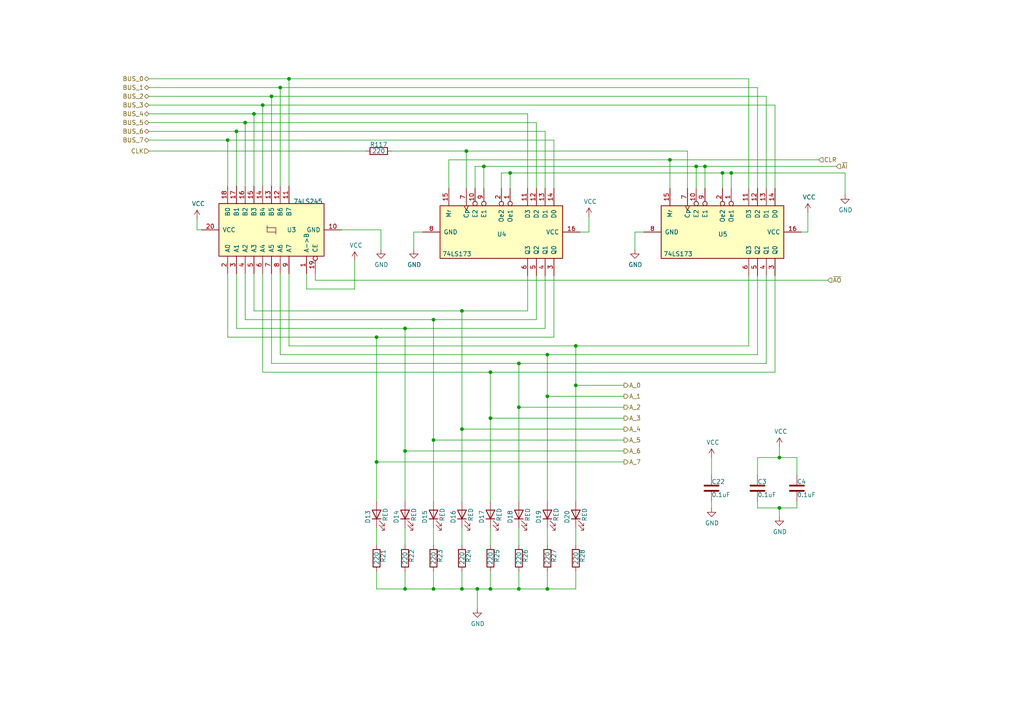
<source format=kicad_sch>
(kicad_sch (version 20230121) (generator eeschema)
  (paper "A4")
  (lib_symbols
    (symbol "74xx:74LS173" (pin_names (offset 1.016))
      (property "Reference" "U" (at -7.62 19.05 0))
      (property "Value" "74LS173" (at -7.62 -19.05 0))
      (symbol "74LS173_1_0"
        (pin input inverted (at -12.7 2.54 0) (length 5.08) (name "Oe1") (number "1"))
        (pin input inverted (at -12.7 -7.62 0) (length 5.08) (name "E2") (number "10"))
        (pin input line (at -12.7 7.62 0) (length 5.08) (name "D3") (number "11"))
        (pin input line (at -12.7 10.16 0) (length 5.08) (name "D2") (number "12"))
        (pin input line (at -12.7 12.7 0) (length 5.08) (name "D1") (number "13"))
        (pin input line (at -12.7 15.24 0) (length 5.08) (name "D0") (number "14"))
        (pin input line (at -12.7 -15.24 0) (length 5.08) (name "Mr") (number "15"))
        (pin power_in line (at 0 22.86 270) (length 5.08) (name "VCC") (number "16"))
        (pin input inverted (at -12.7 0 0) (length 5.08) (name "Oe2") (number "2"))
        (pin tri_state line (at 12.7 15.24 180) (length 5.08) (name "Q0") (number "3"))
        (pin tri_state line (at 12.7 12.7 180) (length 5.08) (name "Q1") (number "4"))
        (pin tri_state line (at 12.7 10.16 180) (length 5.08) (name "Q2") (number "5"))
        (pin tri_state line (at 12.7 7.62 180) (length 5.08) (name "Q3") (number "6"))
        (pin input clock (at -12.7 -10.16 0) (length 5.08) (name "Cp") (number "7"))
        (pin power_in line (at 0 -22.86 90) (length 5.08) (name "GND") (number "8"))
        (pin input inverted (at -12.7 -5.08 0) (length 5.08) (name "E1") (number "9"))
      )
      (symbol "74LS173_1_1"
        (rectangle (start -7.62 17.78) (end 7.62 -17.78) (stroke (width 0.254)) (fill (type background)))
      )
    )
    (symbol "74xx:74LS245" (pin_names (offset 1.016))
      (property "Reference" "U" (at -7.62 16.51 0))
      (property "Value" "74LS245" (at -7.62 -16.51 0))
      (symbol "74LS245_1_0"
        (polyline (pts (xy -0.635 -1.27) (xy -0.635 1.27) (xy 0.635 1.27)))
        (polyline (pts (xy -1.27 -1.27) (xy 0.635 -1.27) (xy 0.635 1.27) (xy 1.27 1.27)))
        (pin input line (at -12.7 -10.16 0) (length 5.08) (name "A->B") (number "1"))
        (pin power_in line (at 0 -20.32 90) (length 5.08) (name "GND") (number "10"))
        (pin tri_state line (at 12.7 -5.08 180) (length 5.08) (name "B7") (number "11"))
        (pin tri_state line (at 12.7 -2.54 180) (length 5.08) (name "B6") (number "12"))
        (pin tri_state line (at 12.7 0 180) (length 5.08) (name "B5") (number "13"))
        (pin tri_state line (at 12.7 2.54 180) (length 5.08) (name "B4") (number "14"))
        (pin tri_state line (at 12.7 5.08 180) (length 5.08) (name "B3") (number "15"))
        (pin tri_state line (at 12.7 7.62 180) (length 5.08) (name "B2") (number "16"))
        (pin tri_state line (at 12.7 10.16 180) (length 5.08) (name "B1") (number "17"))
        (pin tri_state line (at 12.7 12.7 180) (length 5.08) (name "B0") (number "18"))
        (pin input inverted (at -12.7 -12.7 0) (length 5.08) (name "CE") (number "19"))
        (pin tri_state line (at -12.7 12.7 0) (length 5.08) (name "A0") (number "2"))
        (pin power_in line (at 0 20.32 270) (length 5.08) (name "VCC") (number "20"))
        (pin tri_state line (at -12.7 10.16 0) (length 5.08) (name "A1") (number "3"))
        (pin tri_state line (at -12.7 7.62 0) (length 5.08) (name "A2") (number "4"))
        (pin tri_state line (at -12.7 5.08 0) (length 5.08) (name "A3") (number "5"))
        (pin tri_state line (at -12.7 2.54 0) (length 5.08) (name "A4") (number "6"))
        (pin tri_state line (at -12.7 0 0) (length 5.08) (name "A5") (number "7"))
        (pin tri_state line (at -12.7 -2.54 0) (length 5.08) (name "A6") (number "8"))
        (pin tri_state line (at -12.7 -5.08 0) (length 5.08) (name "A7") (number "9"))
      )
      (symbol "74LS245_1_1"
        (rectangle (start -7.62 15.24) (end 7.62 -15.24) (stroke (width 0.254)) (fill (type background)))
      )
    )
    (symbol "Device:C" (pin_numbers hide) (pin_names (offset 0.254))
      (property "Reference" "C" (at 0.635 2.54 0))
      (property "Value" "C" (at 0.635 -2.54 0))
      (symbol "C_0_1"
        (polyline (pts (xy -2.032 -0.762) (xy 2.032 -0.762)) (stroke (width 0.508)))
        (polyline (pts (xy -2.032 0.762) (xy 2.032 0.762)) (stroke (width 0.508)))
      )
      (symbol "C_1_1"
        (pin passive line (at 0 3.81 270) (length 2.794) (name "~") (number "1"))
        (pin passive line (at 0 -3.81 90) (length 2.794) (name "~") (number "2"))
      )
    )
    (symbol "Device:LED" (pin_numbers hide) (pin_names (offset 1.016) hide)
      (property "Reference" "D" (at 0 2.54 0))
      (property "Value" "LED" (at 0 -2.54 0))
      (symbol "LED_0_1"
        (polyline (pts (xy -1.27 -1.27) (xy -1.27 1.27)) (stroke (width 0.254)))
        (polyline (pts (xy -1.27 0) (xy 1.27 0)))
        (polyline (pts (xy 1.27 -1.27) (xy 1.27 1.27) (xy -1.27 0) (xy 1.27 -1.27)) (stroke (width 0.254)))
        (polyline (pts (xy -3.048 -0.762) (xy -4.572 -2.286) (xy -3.81 -2.286) (xy -4.572 -2.286) (xy -4.572 -1.524)))
        (polyline (pts (xy -1.778 -0.762) (xy -3.302 -2.286) (xy -2.54 -2.286) (xy -3.302 -2.286) (xy -3.302 -1.524)))
      )
      (symbol "LED_1_1"
        (pin passive line (at -3.81 0 0) (length 2.54) (name "K") (number "1"))
        (pin passive line (at 3.81 0 180) (length 2.54) (name "A") (number "2"))
      )
    )
    (symbol "Device:R" (pin_numbers hide) (pin_names (offset 0))
      (property "Reference" "R" (at 2.032 0 90))
      (property "Value" "R" (at 0 0 90))
      (symbol "R_0_1"
        (rectangle (start -1.016 -2.54) (end 1.016 2.54) (stroke (width 0.254)))
      )
      (symbol "R_1_1"
        (pin passive line (at 0 3.81 270) (length 1.27) (name "~") (number "1"))
        (pin passive line (at 0 -3.81 90) (length 1.27) (name "~") (number "2"))
      )
    )
    (symbol "power:GND" (power) (pin_names (offset 0))
      (property "Value" "GND" (at 0 -3.81 0))
      (symbol "GND_0_1"
        (polyline (pts (xy 0 0) (xy 0 -1.27) (xy 1.27 -1.27) (xy 0 -2.54) (xy -1.27 -1.27) (xy 0 -1.27)))
      )
      (symbol "GND_1_1"
        (pin power_in line (at 0 0 270) (length 0) hide (name "GND") (number "1"))
      )
    )
    (symbol "power:VCC" (power) (pin_names (offset 0))
      (property "Value" "VCC" (at 0 3.81 0))
      (symbol "VCC_0_1"
        (polyline (pts (xy -0.762 1.27) (xy 0 2.54)))
        (polyline (pts (xy 0 0) (xy 0 2.54)))
        (polyline (pts (xy 0 2.54) (xy 0.762 1.27)))
      )
      (symbol "VCC_1_1"
        (pin power_in line (at 0 0 90) (length 0) hide (name "VCC") (number "1"))
      )
    )
  )
  (junction (at 109.22 97.79))
  (junction (at 147.955 50.165))
  (junction (at 204.47 48.26))
  (junction (at 73.66 33.02))
  (junction (at 167.005 111.76))
  (junction (at 212.09 50.165))
  (junction (at 83.82 22.86))
  (junction (at 71.12 35.56))
  (junction (at 78.74 27.94))
  (junction (at 81.28 25.4))
  (junction (at 142.24 170.815))
  (junction (at 125.73 170.815))
  (junction (at 117.475 130.81))
  (junction (at 226.06 132.715))
  (junction (at 76.2 30.48))
  (junction (at 150.495 105.41))
  (junction (at 125.73 92.71))
  (junction (at 135.255 43.815))
  (junction (at 68.58 38.1))
  (junction (at 150.495 170.815))
  (junction (at 201.93 48.26))
  (junction (at 142.24 107.95))
  (junction (at 117.475 95.25))
  (junction (at 158.75 170.815))
  (junction (at 158.75 114.935))
  (junction (at 125.73 127.635))
  (junction (at 133.985 90.17))
  (junction (at 142.24 121.285))
  (junction (at 117.475 170.815))
  (junction (at 109.22 133.985))
  (junction (at 167.005 100.33))
  (junction (at 158.75 102.87))
  (junction (at 226.06 147.32))
  (junction (at 133.985 170.815))
  (junction (at 133.985 124.46))
  (junction (at 140.335 48.26))
  (junction (at 150.495 118.11))
  (junction (at 209.55 50.165))
  (junction (at 138.43 170.815))
  (junction (at 194.31 46.355))
  (junction (at 66.04 40.64))
  (wire (pts (xy 150.495 153.035) (xy 150.495 158.115)))
  (wire (pts (xy 125.73 127.635) (xy 125.73 145.415)))
  (wire (pts (xy 142.24 170.815) (xy 150.495 170.815)))
  (wire (pts (xy 109.22 97.79) (xy 160.655 97.79)))
  (wire (pts (xy 133.985 90.17) (xy 153.035 90.17)))
  (wire (pts (xy 224.79 30.48) (xy 224.79 54.61)))
  (wire (pts (xy 73.66 90.17) (xy 133.985 90.17)))
  (wire (pts (xy 81.28 25.4) (xy 81.28 53.975)))
  (wire (pts (xy 219.71 147.32) (xy 226.06 147.32)))
  (wire (pts (xy 68.58 79.375) (xy 68.58 95.25)))
  (wire (pts (xy 224.79 107.95) (xy 224.79 80.01)))
  (wire (pts (xy 170.815 67.31) (xy 168.275 67.31)))
  (wire (pts (xy 137.795 48.26) (xy 140.335 48.26)))
  (wire (pts (xy 206.375 145.415) (xy 206.375 147.32)))
  (wire (pts (xy 204.47 48.26) (xy 242.57 48.26)))
  (wire (pts (xy 68.58 38.1) (xy 158.115 38.1)))
  (wire (pts (xy 155.575 35.56) (xy 155.575 54.61)))
  (wire (pts (xy 206.375 137.795) (xy 206.375 132.715)))
  (wire (pts (xy 145.415 50.165) (xy 147.955 50.165)))
  (wire (pts (xy 133.985 124.46) (xy 133.985 145.415)))
  (wire (pts (xy 113.665 43.815) (xy 135.255 43.815)))
  (wire (pts (xy 140.335 48.26) (xy 201.93 48.26)))
  (wire (pts (xy 150.495 118.11) (xy 150.495 145.415)))
  (wire (pts (xy 125.73 165.735) (xy 125.73 170.815)))
  (wire (pts (xy 150.495 170.815) (xy 158.75 170.815)))
  (wire (pts (xy 142.24 153.035) (xy 142.24 158.115)))
  (wire (pts (xy 167.005 100.33) (xy 167.005 111.76)))
  (wire (pts (xy 231.14 137.795) (xy 231.14 132.715)))
  (wire (pts (xy 160.655 40.64) (xy 160.655 54.61)))
  (wire (pts (xy 73.66 79.375) (xy 73.66 90.17)))
  (wire (pts (xy 76.2 30.48) (xy 76.2 53.975)))
  (wire (pts (xy 117.475 170.815) (xy 125.73 170.815)))
  (wire (pts (xy 209.55 50.165) (xy 209.55 54.61)))
  (wire (pts (xy 219.71 25.4) (xy 219.71 54.61)))
  (wire (pts (xy 71.12 35.56) (xy 155.575 35.56)))
  (wire (pts (xy 91.44 79.375) (xy 91.44 81.28)))
  (wire (pts (xy 135.255 43.815) (xy 199.39 43.815)))
  (wire (pts (xy 109.22 153.035) (xy 109.22 158.115)))
  (wire (pts (xy 201.93 48.26) (xy 204.47 48.26)))
  (wire (pts (xy 125.73 170.815) (xy 133.985 170.815)))
  (wire (pts (xy 76.2 79.375) (xy 76.2 107.95)))
  (wire (pts (xy 226.06 129.54) (xy 226.06 132.715)))
  (wire (pts (xy 212.09 50.165) (xy 245.11 50.165)))
  (wire (pts (xy 145.415 54.61) (xy 145.415 50.165)))
  (wire (pts (xy 83.82 22.86) (xy 217.17 22.86)))
  (wire (pts (xy 142.24 165.735) (xy 142.24 170.815)))
  (wire (pts (xy 43.18 22.86) (xy 83.82 22.86)))
  (wire (pts (xy 133.985 124.46) (xy 180.975 124.46)))
  (wire (pts (xy 43.18 30.48) (xy 76.2 30.48)))
  (wire (pts (xy 130.175 46.355) (xy 194.31 46.355)))
  (wire (pts (xy 186.69 67.31) (xy 184.15 67.31)))
  (wire (pts (xy 219.71 132.715) (xy 226.06 132.715)))
  (wire (pts (xy 222.25 27.94) (xy 222.25 54.61)))
  (wire (pts (xy 109.22 170.815) (xy 117.475 170.815)))
  (wire (pts (xy 142.24 107.95) (xy 142.24 121.285)))
  (wire (pts (xy 125.73 153.035) (xy 125.73 158.115)))
  (wire (pts (xy 158.75 114.935) (xy 180.975 114.935)))
  (wire (pts (xy 122.555 67.31) (xy 120.015 67.31)))
  (wire (pts (xy 43.18 43.815) (xy 106.045 43.815)))
  (wire (pts (xy 71.12 79.375) (xy 71.12 92.71)))
  (wire (pts (xy 140.335 48.26) (xy 140.335 54.61)))
  (wire (pts (xy 78.74 27.94) (xy 222.25 27.94)))
  (wire (pts (xy 217.17 100.33) (xy 217.17 80.01)))
  (wire (pts (xy 142.24 121.285) (xy 142.24 145.415)))
  (wire (pts (xy 150.495 105.41) (xy 222.25 105.41)))
  (wire (pts (xy 66.04 40.64) (xy 66.04 53.975)))
  (wire (pts (xy 117.475 153.035) (xy 117.475 158.115)))
  (wire (pts (xy 109.22 133.985) (xy 180.975 133.985)))
  (wire (pts (xy 133.985 90.17) (xy 133.985 124.46)))
  (wire (pts (xy 68.58 95.25) (xy 117.475 95.25)))
  (wire (pts (xy 81.28 25.4) (xy 43.18 25.4)))
  (wire (pts (xy 73.66 33.02) (xy 153.035 33.02)))
  (wire (pts (xy 180.975 121.285) (xy 142.24 121.285)))
  (wire (pts (xy 133.985 153.035) (xy 133.985 158.115)))
  (wire (pts (xy 125.73 127.635) (xy 180.975 127.635)))
  (wire (pts (xy 43.18 27.94) (xy 78.74 27.94)))
  (wire (pts (xy 99.06 66.675) (xy 110.49 66.675)))
  (wire (pts (xy 125.73 92.71) (xy 155.575 92.71)))
  (wire (pts (xy 66.04 79.375) (xy 66.04 97.79)))
  (wire (pts (xy 88.9 79.375) (xy 88.9 83.82)))
  (wire (pts (xy 158.115 95.25) (xy 158.115 80.01)))
  (wire (pts (xy 180.975 111.76) (xy 167.005 111.76)))
  (wire (pts (xy 78.74 27.94) (xy 78.74 53.975)))
  (wire (pts (xy 57.15 63.5) (xy 57.15 66.675)))
  (wire (pts (xy 137.795 54.61) (xy 137.795 48.26)))
  (wire (pts (xy 209.55 50.165) (xy 212.09 50.165)))
  (wire (pts (xy 66.04 40.64) (xy 160.655 40.64)))
  (wire (pts (xy 78.74 79.375) (xy 78.74 105.41)))
  (wire (pts (xy 204.47 48.26) (xy 204.47 54.61)))
  (wire (pts (xy 226.06 147.32) (xy 231.14 147.32)))
  (wire (pts (xy 43.18 40.64) (xy 66.04 40.64)))
  (wire (pts (xy 219.71 145.415) (xy 219.71 147.32)))
  (wire (pts (xy 120.015 67.31) (xy 120.015 72.39)))
  (wire (pts (xy 212.09 50.165) (xy 212.09 54.61)))
  (wire (pts (xy 153.035 33.02) (xy 153.035 54.61)))
  (wire (pts (xy 160.655 97.79) (xy 160.655 80.01)))
  (wire (pts (xy 83.82 22.86) (xy 83.82 53.975)))
  (wire (pts (xy 226.06 149.86) (xy 226.06 147.32)))
  (wire (pts (xy 245.11 50.165) (xy 245.11 56.515)))
  (wire (pts (xy 201.93 48.26) (xy 201.93 54.61)))
  (wire (pts (xy 109.22 97.79) (xy 109.22 133.985)))
  (wire (pts (xy 109.22 165.735) (xy 109.22 170.815)))
  (wire (pts (xy 83.82 100.33) (xy 167.005 100.33)))
  (wire (pts (xy 71.12 92.71) (xy 125.73 92.71)))
  (wire (pts (xy 219.71 102.87) (xy 219.71 80.01)))
  (wire (pts (xy 91.44 81.28) (xy 240.03 81.28)))
  (wire (pts (xy 158.75 170.815) (xy 167.005 170.815)))
  (wire (pts (xy 81.28 102.87) (xy 158.75 102.87)))
  (wire (pts (xy 88.9 83.82) (xy 102.87 83.82)))
  (wire (pts (xy 231.14 147.32) (xy 231.14 145.415)))
  (wire (pts (xy 231.14 132.715) (xy 226.06 132.715)))
  (wire (pts (xy 130.175 54.61) (xy 130.175 46.355)))
  (wire (pts (xy 117.475 130.81) (xy 117.475 145.415)))
  (wire (pts (xy 194.31 46.355) (xy 194.31 54.61)))
  (wire (pts (xy 66.04 97.79) (xy 109.22 97.79)))
  (wire (pts (xy 81.28 25.4) (xy 219.71 25.4)))
  (wire (pts (xy 76.2 107.95) (xy 142.24 107.95)))
  (wire (pts (xy 117.475 95.25) (xy 117.475 130.81)))
  (wire (pts (xy 167.005 100.33) (xy 217.17 100.33)))
  (wire (pts (xy 170.815 62.865) (xy 170.815 67.31)))
  (wire (pts (xy 71.12 35.56) (xy 71.12 53.975)))
  (wire (pts (xy 117.475 95.25) (xy 158.115 95.25)))
  (wire (pts (xy 153.035 90.17) (xy 153.035 80.01)))
  (wire (pts (xy 158.75 102.87) (xy 219.71 102.87)))
  (wire (pts (xy 138.43 170.815) (xy 138.43 176.53)))
  (wire (pts (xy 57.15 66.675) (xy 58.42 66.675)))
  (wire (pts (xy 199.39 43.815) (xy 199.39 54.61)))
  (wire (pts (xy 180.975 118.11) (xy 150.495 118.11)))
  (wire (pts (xy 81.28 79.375) (xy 81.28 102.87)))
  (wire (pts (xy 43.18 38.1) (xy 68.58 38.1)))
  (wire (pts (xy 234.315 67.31) (xy 232.41 67.31)))
  (wire (pts (xy 147.955 50.165) (xy 209.55 50.165)))
  (wire (pts (xy 117.475 130.81) (xy 180.975 130.81)))
  (wire (pts (xy 73.66 33.02) (xy 73.66 53.975)))
  (wire (pts (xy 167.005 111.76) (xy 167.005 145.415)))
  (wire (pts (xy 217.17 22.86) (xy 217.17 54.61)))
  (wire (pts (xy 138.43 170.815) (xy 142.24 170.815)))
  (wire (pts (xy 167.005 170.815) (xy 167.005 165.735)))
  (wire (pts (xy 117.475 165.735) (xy 117.475 170.815)))
  (wire (pts (xy 133.985 170.815) (xy 138.43 170.815)))
  (wire (pts (xy 43.18 33.02) (xy 73.66 33.02)))
  (wire (pts (xy 83.82 79.375) (xy 83.82 100.33)))
  (wire (pts (xy 167.005 153.035) (xy 167.005 158.115)))
  (wire (pts (xy 158.115 38.1) (xy 158.115 54.61)))
  (wire (pts (xy 158.75 114.935) (xy 158.75 145.415)))
  (wire (pts (xy 133.985 165.735) (xy 133.985 170.815)))
  (wire (pts (xy 194.31 46.355) (xy 237.49 46.355)))
  (wire (pts (xy 150.495 165.735) (xy 150.495 170.815)))
  (wire (pts (xy 158.75 102.87) (xy 158.75 114.935)))
  (wire (pts (xy 135.255 43.815) (xy 135.255 54.61)))
  (wire (pts (xy 155.575 92.71) (xy 155.575 80.01)))
  (wire (pts (xy 158.75 153.035) (xy 158.75 158.115)))
  (wire (pts (xy 222.25 105.41) (xy 222.25 80.01)))
  (wire (pts (xy 219.71 137.795) (xy 219.71 132.715)))
  (wire (pts (xy 184.15 67.31) (xy 184.15 72.39)))
  (wire (pts (xy 68.58 38.1) (xy 68.58 53.975)))
  (wire (pts (xy 78.74 105.41) (xy 150.495 105.41)))
  (wire (pts (xy 142.24 107.95) (xy 224.79 107.95)))
  (wire (pts (xy 150.495 105.41) (xy 150.495 118.11)))
  (wire (pts (xy 125.73 92.71) (xy 125.73 127.635)))
  (wire (pts (xy 109.22 133.985) (xy 109.22 145.415)))
  (wire (pts (xy 110.49 66.675) (xy 110.49 72.39)))
  (wire (pts (xy 234.315 61.595) (xy 234.315 67.31)))
  (wire (pts (xy 147.955 50.165) (xy 147.955 54.61)))
  (wire (pts (xy 102.87 83.82) (xy 102.87 75.565)))
  (wire (pts (xy 76.2 30.48) (xy 224.79 30.48)))
  (wire (pts (xy 158.75 165.735) (xy 158.75 170.815)))
  (wire (pts (xy 43.18 35.56) (xy 71.12 35.56)))
  (hierarchical_label "A_6" (shape output) (at 180.975 130.81 0))
  (hierarchical_label "~{AO}" (shape input) (at 240.03 81.28 0))
  (hierarchical_label "BUS_2" (shape bidirectional) (at 43.18 27.94 180))
  (hierarchical_label "BUS_1" (shape bidirectional) (at 43.18 25.4 180))
  (hierarchical_label "~{AI}" (shape input) (at 242.57 48.26 0))
  (hierarchical_label "BUS_4" (shape bidirectional) (at 43.18 33.02 180))
  (hierarchical_label "A_3" (shape output) (at 180.975 121.285 0))
  (hierarchical_label "A_7" (shape output) (at 180.975 133.985 0))
  (hierarchical_label "BUS_6" (shape bidirectional) (at 43.18 38.1 180))
  (hierarchical_label "BUS_0" (shape bidirectional) (at 43.18 22.86 180))
  (hierarchical_label "BUS_5" (shape bidirectional) (at 43.18 35.56 180))
  (hierarchical_label "A_4" (shape output) (at 180.975 124.46 0))
  (hierarchical_label "A_1" (shape output) (at 180.975 114.935 0))
  (hierarchical_label "BUS_7" (shape bidirectional) (at 43.18 40.64 180))
  (hierarchical_label "A_0" (shape output) (at 180.975 111.76 0))
  (hierarchical_label "CLK" (shape input) (at 43.18 43.815 180))
  (hierarchical_label "A_5" (shape output) (at 180.975 127.635 0))
  (hierarchical_label "A_2" (shape output) (at 180.975 118.11 0))
  (hierarchical_label "BUS_3" (shape bidirectional) (at 43.18 30.48 180))
  (hierarchical_label "CLR" (shape input) (at 237.49 46.355 0))
  (symbol (lib_id "Device:R") (at 109.855 43.815 90) (unit 1)
    (property "Reference" "R117" (at 112.395 41.91 90) (effects (justify left)))
    (property "Value" "220" (at 111.76 43.815 90) (effects (justify left)))
    (property "Footprint" "Resistor_THT:R_Axial_DIN0207_L6.3mm_D2.5mm_P7.62mm_Horizontal" (effects hide))
    (instances (project "8 Bit Computer" (path "" (reference "R117") (unit 1)) (path "" (reference "R?") (unit 1))))
  )
  (symbol (lib_id "Device:C") (at 206.375 141.605 0) (unit 1)
    (property "Reference" "C22" (at 206.375 139.7 0) (effects (justify left)))
    (property "Value" "0.1uF" (at 206.375 143.51 0) (effects (justify left)))
    (property "Footprint" "Capacitor_THT:C_Disc_D4.3mm_W1.9mm_P5.00mm" (effects hide))
    (instances (project "8 Bit Computer" (path "" (reference "C22") (unit 1)) (path "" (reference "C?") (unit 1))))
  )
  (symbol (lib_id "power:VCC") (at 206.375 132.715 0) (unit 1)
    (property "Reference" "#PWR0144" (effects hide))
    (property "Value" "VCC" (at 206.756 128.3208 0))
    (instances (project "8 Bit Computer" (path "" (reference "#PWR0144") (unit 1)) (path "" (reference "#PWR?") (unit 1))))
  )
  (symbol (lib_id "power:GND") (at 206.375 147.32 0) (unit 1)
    (property "Reference" "#PWR0145" (effects hide))
    (property "Value" "GND" (at 206.502 151.7142 0))
    (instances (project "8 Bit Computer" (path "" (reference "#PWR0145") (unit 1)) (path "" (reference "#PWR?") (unit 1))))
  )
  (symbol (lib_id "74xx:74LS245") (at 78.74 66.675 90) (unit 1)
    (property "Reference" "U3" (at 83.185 66.675 90) (effects (justify right)))
    (property "Value" "74LS245" (at 85.09 58.42 90) (effects (justify right)))
    (property "Footprint" "Package_DIP:DIP-20_W7.62mm_Socket_LongPads" (effects hide))
    (property "Datasheet" "http://www.ti.com/lit/gpn/sn74LS245" (effects hide))
    (instances (project "8 Bit Computer" (path "" (reference "U3") (unit 1)) (path "" (reference "U?") (unit 1))))
  )
  (symbol (lib_id "74xx:74LS173") (at 145.415 67.31 270) (unit 1)
    (property "Reference" "U4" (at 144.145 67.945 90) (effects (justify left)))
    (property "Value" "74LS173" (at 128.27 73.66 90) (effects (justify left)))
    (property "Footprint" "Package_DIP:DIP-16_W7.62mm_Socket_LongPads" (effects hide))
    (property "Datasheet" "http://www.ti.com/lit/gpn/sn74LS173" (effects hide))
    (instances (project "8 Bit Computer" (path "" (reference "U4") (unit 1)) (path "" (reference "U?") (unit 1))))
  )
  (symbol (lib_id "74xx:74LS173") (at 209.55 67.31 270) (unit 1)
    (property "Reference" "U5" (at 208.28 67.945 90) (effects (justify left)))
    (property "Value" "74LS173" (at 192.405 73.66 90) (effects (justify left)))
    (property "Footprint" "Package_DIP:DIP-16_W7.62mm_Socket_LongPads" (effects hide))
    (property "Datasheet" "http://www.ti.com/lit/gpn/sn74LS173" (effects hide))
    (instances (project "8 Bit Computer" (path "" (reference "U5") (unit 1)) (path "" (reference "U?") (unit 1))))
  )
  (symbol (lib_id "power:GND") (at 245.11 56.515 0) (unit 1)
    (property "Reference" "#PWR0111" (effects hide))
    (property "Value" "GND" (at 245.237 60.9092 0))
    (instances (project "8 Bit Computer" (path "" (reference "#PWR0111") (unit 1)) (path "" (reference "#PWR?") (unit 1))))
  )
  (symbol (lib_id "power:VCC") (at 102.87 75.565 0) (unit 1)
    (property "Reference" "#PWR0112" (effects hide))
    (property "Value" "VCC" (at 103.251 71.1708 0))
    (instances (project "8 Bit Computer" (path "" (reference "#PWR0112") (unit 1)) (path "" (reference "#PWR?") (unit 1))))
  )
  (symbol (lib_id "Device:LED") (at 125.73 149.225 90) (unit 1)
    (property "Reference" "D15" (at 123.19 147.955 0) (effects (justify right)))
    (property "Value" "RED" (at 128.27 147.32 0) (effects (justify right)))
    (property "Footprint" "LED_THT:LED_D5.0mm" (effects hide))
    (instances (project "8 Bit Computer" (path "" (reference "D15") (unit 1)) (path "" (reference "D?") (unit 1))))
  )
  (symbol (lib_id "Device:LED") (at 142.24 149.225 90) (unit 1)
    (property "Reference" "D17" (at 139.7 147.955 0) (effects (justify right)))
    (property "Value" "RED" (at 144.78 147.32 0) (effects (justify right)))
    (property "Footprint" "LED_THT:LED_D5.0mm" (effects hide))
    (instances (project "8 Bit Computer" (path "" (reference "D17") (unit 1)) (path "" (reference "D?") (unit 1))))
  )
  (symbol (lib_id "Device:LED") (at 150.495 149.225 90) (unit 1)
    (property "Reference" "D18" (at 147.955 147.955 0) (effects (justify right)))
    (property "Value" "RED" (at 153.035 147.32 0) (effects (justify right)))
    (property "Footprint" "LED_THT:LED_D5.0mm" (effects hide))
    (instances (project "8 Bit Computer" (path "" (reference "D18") (unit 1)) (path "" (reference "D?") (unit 1))))
  )
  (symbol (lib_id "Device:LED") (at 158.75 149.225 90) (unit 1)
    (property "Reference" "D19" (at 156.21 147.955 0) (effects (justify right)))
    (property "Value" "RED" (at 161.29 147.32 0) (effects (justify right)))
    (property "Footprint" "LED_THT:LED_D5.0mm" (effects hide))
    (instances (project "8 Bit Computer" (path "" (reference "D19") (unit 1)) (path "" (reference "D?") (unit 1))))
  )
  (symbol (lib_id "Device:LED") (at 167.005 149.225 90) (unit 1)
    (property "Reference" "D20" (at 164.465 147.955 0) (effects (justify right)))
    (property "Value" "RED" (at 169.545 147.32 0) (effects (justify right)))
    (property "Footprint" "LED_THT:LED_D5.0mm" (effects hide))
    (instances (project "8 Bit Computer" (path "" (reference "D20") (unit 1)) (path "" (reference "D?") (unit 1))))
  )
  (symbol (lib_id "Device:LED") (at 117.475 149.225 90) (unit 1)
    (property "Reference" "D14" (at 114.935 147.955 0) (effects (justify right)))
    (property "Value" "RED" (at 120.015 147.32 0) (effects (justify right)))
    (property "Footprint" "LED_THT:LED_D5.0mm" (effects hide))
    (instances (project "8 Bit Computer" (path "" (reference "D14") (unit 1)) (path "" (reference "D?") (unit 1))))
  )
  (symbol (lib_id "Device:LED") (at 109.22 149.225 90) (unit 1)
    (property "Reference" "D13" (at 106.68 147.955 0) (effects (justify right)))
    (property "Value" "RED" (at 111.76 147.32 0) (effects (justify right)))
    (property "Footprint" "LED_THT:LED_D5.0mm" (effects hide))
    (instances (project "8 Bit Computer" (path "" (reference "D13") (unit 1)) (path "" (reference "D?") (unit 1))))
  )
  (symbol (lib_id "Device:LED") (at 133.985 149.225 90) (unit 1)
    (property "Reference" "D16" (at 131.445 147.955 0) (effects (justify right)))
    (property "Value" "RED" (at 136.525 147.32 0) (effects (justify right)))
    (property "Footprint" "LED_THT:LED_D5.0mm" (effects hide))
    (instances (project "8 Bit Computer" (path "" (reference "D16") (unit 1)) (path "" (reference "D?") (unit 1))))
  )
  (symbol (lib_id "Device:R") (at 109.22 161.925 0) (unit 1)
    (property "Reference" "R21" (at 111.125 163.195 90) (effects (justify left)))
    (property "Value" "220" (at 109.22 163.83 90) (effects (justify left)))
    (property "Footprint" "Resistor_THT:R_Axial_DIN0207_L6.3mm_D2.5mm_P7.62mm_Horizontal" (effects hide))
    (instances (project "8 Bit Computer" (path "" (reference "R21") (unit 1)) (path "" (reference "R?") (unit 1))))
  )
  (symbol (lib_id "Device:R") (at 117.475 161.925 0) (unit 1)
    (property "Reference" "R22" (at 119.38 163.195 90) (effects (justify left)))
    (property "Value" "220" (at 117.475 163.83 90) (effects (justify left)))
    (property "Footprint" "Resistor_THT:R_Axial_DIN0207_L6.3mm_D2.5mm_P7.62mm_Horizontal" (effects hide))
    (instances (project "8 Bit Computer" (path "" (reference "R22") (unit 1)) (path "" (reference "R?") (unit 1))))
  )
  (symbol (lib_id "Device:R") (at 125.73 161.925 0) (unit 1)
    (property "Reference" "R23" (at 127.635 163.195 90) (effects (justify left)))
    (property "Value" "220" (at 125.73 163.83 90) (effects (justify left)))
    (property "Footprint" "Resistor_THT:R_Axial_DIN0207_L6.3mm_D2.5mm_P7.62mm_Horizontal" (effects hide))
    (instances (project "8 Bit Computer" (path "" (reference "R23") (unit 1)) (path "" (reference "R?") (unit 1))))
  )
  (symbol (lib_id "Device:R") (at 133.985 161.925 0) (unit 1)
    (property "Reference" "R24" (at 135.89 163.195 90) (effects (justify left)))
    (property "Value" "220" (at 133.985 163.83 90) (effects (justify left)))
    (property "Footprint" "Resistor_THT:R_Axial_DIN0207_L6.3mm_D2.5mm_P7.62mm_Horizontal" (effects hide))
    (instances (project "8 Bit Computer" (path "" (reference "R24") (unit 1)) (path "" (reference "R?") (unit 1))))
  )
  (symbol (lib_id "Device:R") (at 142.24 161.925 0) (unit 1)
    (property "Reference" "R25" (at 144.145 163.195 90) (effects (justify left)))
    (property "Value" "220" (at 142.24 163.83 90) (effects (justify left)))
    (property "Footprint" "Resistor_THT:R_Axial_DIN0207_L6.3mm_D2.5mm_P7.62mm_Horizontal" (effects hide))
    (instances (project "8 Bit Computer" (path "" (reference "R25") (unit 1)) (path "" (reference "R?") (unit 1))))
  )
  (symbol (lib_id "Device:R") (at 150.495 161.925 0) (unit 1)
    (property "Reference" "R26" (at 152.4 163.195 90) (effects (justify left)))
    (property "Value" "220" (at 150.495 163.83 90) (effects (justify left)))
    (property "Footprint" "Resistor_THT:R_Axial_DIN0207_L6.3mm_D2.5mm_P7.62mm_Horizontal" (effects hide))
    (instances (project "8 Bit Computer" (path "" (reference "R26") (unit 1)) (path "" (reference "R?") (unit 1))))
  )
  (symbol (lib_id "Device:R") (at 158.75 161.925 0) (unit 1)
    (property "Reference" "R27" (at 160.655 163.195 90) (effects (justify left)))
    (property "Value" "220" (at 158.75 163.83 90) (effects (justify left)))
    (property "Footprint" "Resistor_THT:R_Axial_DIN0207_L6.3mm_D2.5mm_P7.62mm_Horizontal" (effects hide))
    (instances (project "8 Bit Computer" (path "" (reference "R27") (unit 1)) (path "" (reference "R?") (unit 1))))
  )
  (symbol (lib_id "Device:R") (at 167.005 161.925 0) (unit 1)
    (property "Reference" "R28" (at 168.91 163.195 90) (effects (justify left)))
    (property "Value" "220" (at 167.005 163.83 90) (effects (justify left)))
    (property "Footprint" "Resistor_THT:R_Axial_DIN0207_L6.3mm_D2.5mm_P7.62mm_Horizontal" (effects hide))
    (instances (project "8 Bit Computer" (path "" (reference "R28") (unit 1)) (path "" (reference "R?") (unit 1))))
  )
  (symbol (lib_id "power:GND") (at 138.43 176.53 0) (unit 1)
    (property "Reference" "#PWR0113" (effects hide))
    (property "Value" "GND" (at 138.557 180.9242 0))
    (instances (project "8 Bit Computer" (path "" (reference "#PWR0113") (unit 1)) (path "" (reference "#PWR?") (unit 1))))
  )
  (symbol (lib_id "power:VCC") (at 57.15 63.5 0) (unit 1)
    (property "Reference" "#PWR0114" (effects hide))
    (property "Value" "VCC" (at 57.531 59.1058 0))
    (instances (project "8 Bit Computer" (path "" (reference "#PWR0114") (unit 1)) (path "" (reference "#PWR?") (unit 1))))
  )
  (symbol (lib_id "power:VCC") (at 170.815 62.865 0) (unit 1)
    (property "Reference" "#PWR0115" (effects hide))
    (property "Value" "VCC" (at 171.196 58.4708 0))
    (instances (project "8 Bit Computer" (path "" (reference "#PWR0115") (unit 1)) (path "" (reference "#PWR?") (unit 1))))
  )
  (symbol (lib_id "power:VCC") (at 234.315 61.595 0) (unit 1)
    (property "Reference" "#PWR0116" (effects hide))
    (property "Value" "VCC" (at 234.696 57.2008 0))
    (instances (project "8 Bit Computer" (path "" (reference "#PWR0116") (unit 1)) (path "" (reference "#PWR?") (unit 1))))
  )
  (symbol (lib_id "power:GND") (at 120.015 72.39 0) (unit 1)
    (property "Reference" "#PWR0117" (effects hide))
    (property "Value" "GND" (at 120.142 76.7842 0))
    (instances (project "8 Bit Computer" (path "" (reference "#PWR0117") (unit 1)) (path "" (reference "#PWR?") (unit 1))))
  )
  (symbol (lib_id "power:GND") (at 110.49 72.39 0) (unit 1)
    (property "Reference" "#PWR0118" (effects hide))
    (property "Value" "GND" (at 110.617 76.7842 0))
    (instances (project "8 Bit Computer" (path "" (reference "#PWR0118") (unit 1)) (path "" (reference "#PWR?") (unit 1))))
  )
  (symbol (lib_id "power:GND") (at 184.15 72.39 0) (unit 1)
    (property "Reference" "#PWR0119" (effects hide))
    (property "Value" "GND" (at 184.277 76.7842 0))
    (instances (project "8 Bit Computer" (path "" (reference "#PWR0119") (unit 1)) (path "" (reference "#PWR?") (unit 1))))
  )
  (symbol (lib_id "power:VCC") (at 226.06 129.54 0) (unit 1)
    (property "Reference" "#PWR0120" (effects hide))
    (property "Value" "VCC" (at 226.441 125.1458 0))
    (instances (project "8 Bit Computer" (path "" (reference "#PWR0120") (unit 1)) (path "" (reference "#PWR?") (unit 1))))
  )
  (symbol (lib_id "Device:C") (at 231.14 141.605 0) (unit 1)
    (property "Reference" "C4" (at 231.14 139.7 0) (effects (justify left)))
    (property "Value" "0.1uF" (at 231.14 143.51 0) (effects (justify left)))
    (property "Footprint" "Capacitor_THT:C_Disc_D4.3mm_W1.9mm_P5.00mm" (effects hide))
    (instances (project "8 Bit Computer" (path "" (reference "C4") (unit 1)) (path "" (reference "C?") (unit 1))))
  )
  (symbol (lib_id "Device:C") (at 219.71 141.605 0) (unit 1)
    (property "Reference" "C3" (at 219.71 139.7 0) (effects (justify left)))
    (property "Value" "0.1uF" (at 219.71 143.51 0) (effects (justify left)))
    (property "Footprint" "Capacitor_THT:C_Disc_D4.3mm_W1.9mm_P5.00mm" (effects hide))
    (instances (project "8 Bit Computer" (path "" (reference "C3") (unit 1)) (path "" (reference "C?") (unit 1))))
  )
  (symbol (lib_id "power:GND") (at 226.06 149.86 0) (unit 1)
    (property "Reference" "#PWR0121" (effects hide))
    (property "Value" "GND" (at 226.187 154.2542 0))
    (instances (project "8 Bit Computer" (path "" (reference "#PWR0121") (unit 1)) (path "" (reference "#PWR?") (unit 1))))
  )
)
</source>
